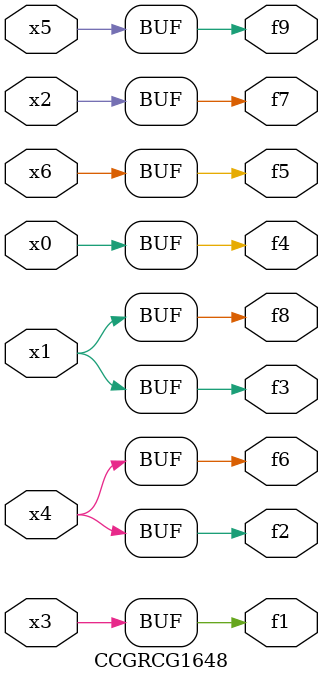
<source format=v>
module CCGRCG1648(
	input x0, x1, x2, x3, x4, x5, x6,
	output f1, f2, f3, f4, f5, f6, f7, f8, f9
);
	assign f1 = x3;
	assign f2 = x4;
	assign f3 = x1;
	assign f4 = x0;
	assign f5 = x6;
	assign f6 = x4;
	assign f7 = x2;
	assign f8 = x1;
	assign f9 = x5;
endmodule

</source>
